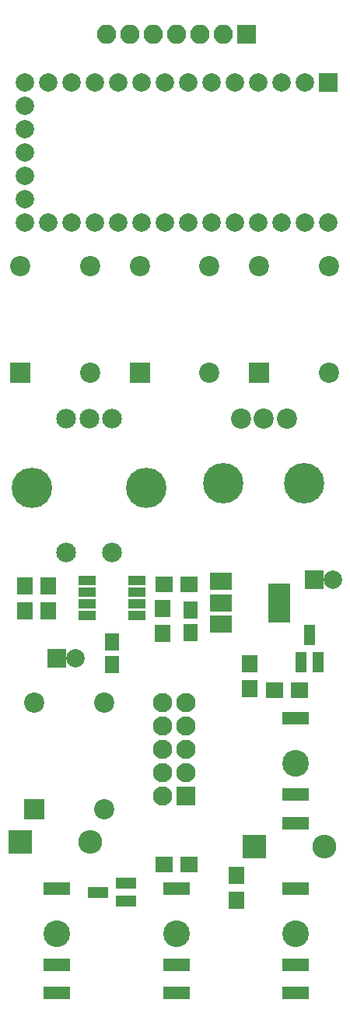
<source format=gbr>
G04 #@! TF.FileFunction,Soldermask,Top*
%FSLAX46Y46*%
G04 Gerber Fmt 4.6, Leading zero omitted, Abs format (unit mm)*
G04 Created by KiCad (PCBNEW 4.0.7) date 11/03/18 15:49:09*
%MOMM*%
%LPD*%
G01*
G04 APERTURE LIST*
%ADD10C,0.100000*%
%ADD11R,2.100000X2.100000*%
%ADD12C,2.100000*%
%ADD13C,2.200000*%
%ADD14R,2.200000X2.200000*%
%ADD15O,2.100000X2.100000*%
%ADD16C,2.150000*%
%ADD17O,4.400000X4.400000*%
%ADD18C,2.000000*%
%ADD19R,2.000000X2.000000*%
%ADD20C,4.400000*%
%ADD21R,2.600000X2.600000*%
%ADD22O,2.600000X2.600000*%
%ADD23R,1.900000X1.700000*%
%ADD24R,1.700000X1.900000*%
%ADD25R,2.300000X1.200000*%
%ADD26R,1.200000X2.300000*%
%ADD27R,2.400000X4.200000*%
%ADD28R,2.400000X1.900000*%
%ADD29R,1.950000X1.000000*%
%ADD30R,1.650000X1.900000*%
%ADD31R,2.900000X1.400000*%
%ADD32C,2.900000*%
G04 APERTURE END LIST*
D10*
D11*
X124000000Y-135000000D03*
D12*
X121460000Y-135000000D03*
X124000000Y-132460000D03*
X121460000Y-132460000D03*
X124000000Y-129920000D03*
X121460000Y-129920000D03*
X124000000Y-127380000D03*
X121460000Y-127380000D03*
X124000000Y-124840000D03*
X121460000Y-124840000D03*
D13*
X115100000Y-136500000D03*
X115100000Y-124900000D03*
D14*
X107500000Y-136500000D03*
D13*
X107500000Y-124900000D03*
D11*
X130620000Y-52120000D03*
D15*
X128080000Y-52120000D03*
X125540000Y-52120000D03*
X123000000Y-52120000D03*
X120460000Y-52120000D03*
X117920000Y-52120000D03*
X115380000Y-52120000D03*
D13*
X126600000Y-89000000D03*
X126600000Y-77400000D03*
D14*
X119000000Y-89000000D03*
D13*
X119000000Y-77400000D03*
X113600000Y-89000000D03*
X113600000Y-77400000D03*
D14*
X106000000Y-89000000D03*
D13*
X106000000Y-77400000D03*
X139600000Y-89000000D03*
X139600000Y-77400000D03*
D14*
X132000000Y-89000000D03*
D13*
X132000000Y-77400000D03*
D16*
X111000000Y-94000000D03*
X116000000Y-94000000D03*
X113500000Y-94000000D03*
X116000000Y-108500000D03*
X111000000Y-108500000D03*
D17*
X119700000Y-101500000D03*
X107300000Y-101500000D03*
D18*
X106490000Y-65000000D03*
X106490000Y-67540000D03*
X106490000Y-70080000D03*
X106490000Y-72620000D03*
X106490000Y-62460000D03*
X106490000Y-59920000D03*
X106490000Y-57380000D03*
X109030000Y-72620000D03*
X111570000Y-72620000D03*
X114110000Y-72620000D03*
X116650000Y-72620000D03*
X119190000Y-72620000D03*
X121730000Y-72620000D03*
X124270000Y-72620000D03*
X126810000Y-72620000D03*
X129350000Y-72620000D03*
X131890000Y-72620000D03*
X134430000Y-72620000D03*
X136970000Y-72620000D03*
X139510000Y-72620000D03*
X109030000Y-57380000D03*
X111570000Y-57380000D03*
X114110000Y-57380000D03*
X116650000Y-57380000D03*
X119190000Y-57380000D03*
X121730000Y-57380000D03*
X124270000Y-57380000D03*
X126810000Y-57380000D03*
X129350000Y-57380000D03*
X131890000Y-57380000D03*
X134430000Y-57380000D03*
X136970000Y-57380000D03*
D19*
X139510000Y-57380000D03*
D13*
X130000000Y-94000000D03*
X132500000Y-94000000D03*
X135000000Y-94000000D03*
D20*
X128100000Y-101000000D03*
X136900000Y-101000000D03*
D21*
X131500000Y-140500000D03*
D22*
X139120000Y-140500000D03*
D21*
X106000000Y-140000000D03*
D22*
X113620000Y-140000000D03*
D19*
X138000000Y-111500000D03*
D18*
X140000000Y-111500000D03*
D19*
X110000000Y-120000000D03*
D18*
X112000000Y-120000000D03*
D23*
X121650000Y-142500000D03*
X124350000Y-142500000D03*
X133650000Y-123500000D03*
X136350000Y-123500000D03*
D24*
X131000000Y-120650000D03*
X131000000Y-123350000D03*
D23*
X124350000Y-112000000D03*
X121650000Y-112000000D03*
D24*
X106500000Y-114850000D03*
X106500000Y-112150000D03*
X121500000Y-117350000D03*
X121500000Y-114650000D03*
X109000000Y-114850000D03*
X109000000Y-112150000D03*
X129500000Y-146350000D03*
X129500000Y-143650000D03*
D25*
X117500000Y-146450000D03*
X117500000Y-144550000D03*
X114500000Y-145500000D03*
D26*
X136550000Y-120500000D03*
X138450000Y-120500000D03*
X137500000Y-117500000D03*
D27*
X134150000Y-114000000D03*
D28*
X127850000Y-114000000D03*
X127850000Y-116300000D03*
X127850000Y-111700000D03*
D29*
X118700000Y-115405000D03*
X118700000Y-114135000D03*
X118700000Y-112865000D03*
X118700000Y-111595000D03*
X113300000Y-111595000D03*
X113300000Y-112865000D03*
X113300000Y-114135000D03*
X113300000Y-115405000D03*
D30*
X116000000Y-118250000D03*
X116000000Y-120750000D03*
X124500000Y-117250000D03*
X124500000Y-114750000D03*
D31*
X123000000Y-145080000D03*
X123000000Y-153380000D03*
X123000000Y-156480000D03*
D32*
X123000000Y-150000000D03*
D31*
X136000000Y-145080000D03*
X136000000Y-153380000D03*
X136000000Y-156480000D03*
D32*
X136000000Y-150000000D03*
D31*
X136000000Y-126580000D03*
X136000000Y-134880000D03*
X136000000Y-137980000D03*
D32*
X136000000Y-131500000D03*
D31*
X110000000Y-145080000D03*
X110000000Y-153380000D03*
X110000000Y-156480000D03*
D32*
X110000000Y-150000000D03*
M02*

</source>
